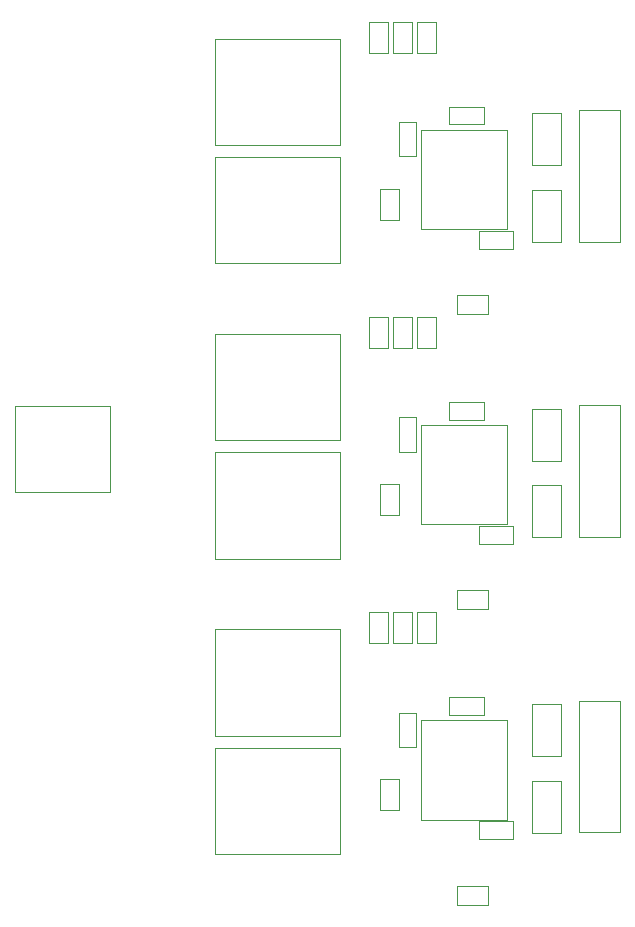
<source format=gbr>
G04 #@! TF.FileFunction,Other,User*
%FSLAX46Y46*%
G04 Gerber Fmt 4.6, Leading zero omitted, Abs format (unit mm)*
G04 Created by KiCad (PCBNEW (2015-12-07 BZR 6352)-product) date Sun 16 Jul 2017 10:51:14 AM EDT*
%MOMM*%
G01*
G04 APERTURE LIST*
%ADD10C,0.100000*%
%ADD11C,0.050000*%
G04 APERTURE END LIST*
D10*
D11*
X118300000Y-95500000D02*
X118300000Y-100000000D01*
X118300000Y-100000000D02*
X107700000Y-100000000D01*
X107700000Y-100000000D02*
X107700000Y-91000000D01*
X107700000Y-91000000D02*
X118300000Y-91000000D01*
X118300000Y-91000000D02*
X118300000Y-95500000D01*
X118300000Y-70500000D02*
X118300000Y-75000000D01*
X118300000Y-75000000D02*
X107700000Y-75000000D01*
X107700000Y-75000000D02*
X107700000Y-66000000D01*
X107700000Y-66000000D02*
X118300000Y-66000000D01*
X118300000Y-66000000D02*
X118300000Y-70500000D01*
X124373908Y-89562684D02*
X124373908Y-92162684D01*
X122773908Y-89562684D02*
X122773908Y-92162684D01*
X124373908Y-89562684D02*
X122773908Y-89562684D01*
X124373908Y-92162684D02*
X122773908Y-92162684D01*
X122373908Y-89562684D02*
X122373908Y-92162684D01*
X120773908Y-89562684D02*
X120773908Y-92162684D01*
X122373908Y-89562684D02*
X120773908Y-89562684D01*
X122373908Y-92162684D02*
X120773908Y-92162684D01*
X124750000Y-98050000D02*
X124750000Y-100950000D01*
X123250000Y-98050000D02*
X123250000Y-100950000D01*
X124750000Y-98050000D02*
X123250000Y-98050000D01*
X124750000Y-100950000D02*
X123250000Y-100950000D01*
X126373908Y-89562684D02*
X126373908Y-92162684D01*
X124773908Y-89562684D02*
X124773908Y-92162684D01*
X126373908Y-89562684D02*
X124773908Y-89562684D01*
X126373908Y-92162684D02*
X124773908Y-92162684D01*
X130450000Y-98250000D02*
X127550000Y-98250000D01*
X130450000Y-96750000D02*
X127550000Y-96750000D01*
X130450000Y-98250000D02*
X130450000Y-96750000D01*
X127550000Y-98250000D02*
X127550000Y-96750000D01*
X118300000Y-105500000D02*
X118300000Y-110000000D01*
X118300000Y-110000000D02*
X107700000Y-110000000D01*
X107700000Y-110000000D02*
X107700000Y-101000000D01*
X107700000Y-101000000D02*
X118300000Y-101000000D01*
X118300000Y-101000000D02*
X118300000Y-105500000D01*
X128200000Y-112700000D02*
X130800000Y-112700000D01*
X128200000Y-114300000D02*
X130800000Y-114300000D01*
X128200000Y-112700000D02*
X128200000Y-114300000D01*
X130800000Y-112700000D02*
X130800000Y-114300000D01*
X123300000Y-103700000D02*
X123300000Y-106300000D01*
X121700000Y-103700000D02*
X121700000Y-106300000D01*
X123300000Y-103700000D02*
X121700000Y-103700000D01*
X123300000Y-106300000D02*
X121700000Y-106300000D01*
X132950000Y-108750000D02*
X130050000Y-108750000D01*
X132950000Y-107250000D02*
X130050000Y-107250000D01*
X132950000Y-108750000D02*
X132950000Y-107250000D01*
X130050000Y-108750000D02*
X130050000Y-107250000D01*
X136950000Y-97300000D02*
X136950000Y-101700000D01*
X134550000Y-97300000D02*
X134550000Y-101700000D01*
X136950000Y-97300000D02*
X134550000Y-97300000D01*
X136950000Y-101700000D02*
X134550000Y-101700000D01*
X134550000Y-108200000D02*
X134550000Y-103800000D01*
X136950000Y-108200000D02*
X136950000Y-103800000D01*
X134550000Y-108200000D02*
X136950000Y-108200000D01*
X134550000Y-103800000D02*
X136950000Y-103800000D01*
X125150000Y-98700000D02*
X125150000Y-107100000D01*
X132450000Y-98700000D02*
X132450000Y-107100000D01*
X125150000Y-98700000D02*
X132450000Y-98700000D01*
X125150000Y-107100000D02*
X132450000Y-107100000D01*
X142000000Y-108185000D02*
X142000000Y-97035000D01*
X138500000Y-108185000D02*
X138500000Y-97035000D01*
X142000000Y-108185000D02*
X138500000Y-108185000D01*
X142000000Y-97035000D02*
X138500000Y-97035000D01*
X124373908Y-64562684D02*
X124373908Y-67162684D01*
X122773908Y-64562684D02*
X122773908Y-67162684D01*
X124373908Y-64562684D02*
X122773908Y-64562684D01*
X124373908Y-67162684D02*
X122773908Y-67162684D01*
X122373908Y-64562684D02*
X122373908Y-67162684D01*
X120773908Y-64562684D02*
X120773908Y-67162684D01*
X122373908Y-64562684D02*
X120773908Y-64562684D01*
X122373908Y-67162684D02*
X120773908Y-67162684D01*
X124750000Y-73050000D02*
X124750000Y-75950000D01*
X123250000Y-73050000D02*
X123250000Y-75950000D01*
X124750000Y-73050000D02*
X123250000Y-73050000D01*
X124750000Y-75950000D02*
X123250000Y-75950000D01*
X126373908Y-64562684D02*
X126373908Y-67162684D01*
X124773908Y-64562684D02*
X124773908Y-67162684D01*
X126373908Y-64562684D02*
X124773908Y-64562684D01*
X126373908Y-67162684D02*
X124773908Y-67162684D01*
X130450000Y-73250000D02*
X127550000Y-73250000D01*
X130450000Y-71750000D02*
X127550000Y-71750000D01*
X130450000Y-73250000D02*
X130450000Y-71750000D01*
X127550000Y-73250000D02*
X127550000Y-71750000D01*
X118300000Y-80500000D02*
X118300000Y-85000000D01*
X118300000Y-85000000D02*
X107700000Y-85000000D01*
X107700000Y-85000000D02*
X107700000Y-76000000D01*
X107700000Y-76000000D02*
X118300000Y-76000000D01*
X118300000Y-76000000D02*
X118300000Y-80500000D01*
X128200000Y-87700000D02*
X130800000Y-87700000D01*
X128200000Y-89300000D02*
X130800000Y-89300000D01*
X128200000Y-87700000D02*
X128200000Y-89300000D01*
X130800000Y-87700000D02*
X130800000Y-89300000D01*
X123300000Y-78700000D02*
X123300000Y-81300000D01*
X121700000Y-78700000D02*
X121700000Y-81300000D01*
X123300000Y-78700000D02*
X121700000Y-78700000D01*
X123300000Y-81300000D02*
X121700000Y-81300000D01*
X132950000Y-83750000D02*
X130050000Y-83750000D01*
X132950000Y-82250000D02*
X130050000Y-82250000D01*
X132950000Y-83750000D02*
X132950000Y-82250000D01*
X130050000Y-83750000D02*
X130050000Y-82250000D01*
X136950000Y-72300000D02*
X136950000Y-76700000D01*
X134550000Y-72300000D02*
X134550000Y-76700000D01*
X136950000Y-72300000D02*
X134550000Y-72300000D01*
X136950000Y-76700000D02*
X134550000Y-76700000D01*
X134550000Y-83200000D02*
X134550000Y-78800000D01*
X136950000Y-83200000D02*
X136950000Y-78800000D01*
X134550000Y-83200000D02*
X136950000Y-83200000D01*
X134550000Y-78800000D02*
X136950000Y-78800000D01*
X125150000Y-73700000D02*
X125150000Y-82100000D01*
X132450000Y-73700000D02*
X132450000Y-82100000D01*
X125150000Y-73700000D02*
X132450000Y-73700000D01*
X125150000Y-82100000D02*
X132450000Y-82100000D01*
X142000000Y-83185000D02*
X142000000Y-72035000D01*
X138500000Y-83185000D02*
X138500000Y-72035000D01*
X142000000Y-83185000D02*
X138500000Y-83185000D01*
X142000000Y-72035000D02*
X138500000Y-72035000D01*
X125150000Y-48700000D02*
X125150000Y-57100000D01*
X132450000Y-48700000D02*
X132450000Y-57100000D01*
X125150000Y-48700000D02*
X132450000Y-48700000D01*
X125150000Y-57100000D02*
X132450000Y-57100000D01*
X124750000Y-48050000D02*
X124750000Y-50950000D01*
X123250000Y-48050000D02*
X123250000Y-50950000D01*
X124750000Y-48050000D02*
X123250000Y-48050000D01*
X124750000Y-50950000D02*
X123250000Y-50950000D01*
X132950000Y-58750000D02*
X130050000Y-58750000D01*
X132950000Y-57250000D02*
X130050000Y-57250000D01*
X132950000Y-58750000D02*
X132950000Y-57250000D01*
X130050000Y-58750000D02*
X130050000Y-57250000D01*
X130450000Y-48250000D02*
X127550000Y-48250000D01*
X130450000Y-46750000D02*
X127550000Y-46750000D01*
X130450000Y-48250000D02*
X130450000Y-46750000D01*
X127550000Y-48250000D02*
X127550000Y-46750000D01*
X123300000Y-53700000D02*
X123300000Y-56300000D01*
X121700000Y-53700000D02*
X121700000Y-56300000D01*
X123300000Y-53700000D02*
X121700000Y-53700000D01*
X123300000Y-56300000D02*
X121700000Y-56300000D01*
X126373908Y-39562684D02*
X126373908Y-42162684D01*
X124773908Y-39562684D02*
X124773908Y-42162684D01*
X126373908Y-39562684D02*
X124773908Y-39562684D01*
X126373908Y-42162684D02*
X124773908Y-42162684D01*
X124373908Y-39562684D02*
X124373908Y-42162684D01*
X122773908Y-39562684D02*
X122773908Y-42162684D01*
X124373908Y-39562684D02*
X122773908Y-39562684D01*
X124373908Y-42162684D02*
X122773908Y-42162684D01*
X122373908Y-39562684D02*
X122373908Y-42162684D01*
X120773908Y-39562684D02*
X120773908Y-42162684D01*
X122373908Y-39562684D02*
X120773908Y-39562684D01*
X122373908Y-42162684D02*
X120773908Y-42162684D01*
X134550000Y-58200000D02*
X134550000Y-53800000D01*
X136950000Y-58200000D02*
X136950000Y-53800000D01*
X134550000Y-58200000D02*
X136950000Y-58200000D01*
X134550000Y-53800000D02*
X136950000Y-53800000D01*
X136950000Y-47300000D02*
X136950000Y-51700000D01*
X134550000Y-47300000D02*
X134550000Y-51700000D01*
X136950000Y-47300000D02*
X134550000Y-47300000D01*
X136950000Y-51700000D02*
X134550000Y-51700000D01*
X128200000Y-62700000D02*
X130800000Y-62700000D01*
X128200000Y-64300000D02*
X130800000Y-64300000D01*
X128200000Y-62700000D02*
X128200000Y-64300000D01*
X130800000Y-62700000D02*
X130800000Y-64300000D01*
X118300000Y-45500000D02*
X118300000Y-50000000D01*
X118300000Y-50000000D02*
X107700000Y-50000000D01*
X107700000Y-50000000D02*
X107700000Y-41000000D01*
X107700000Y-41000000D02*
X118300000Y-41000000D01*
X118300000Y-41000000D02*
X118300000Y-45500000D01*
X118300000Y-55500000D02*
X118300000Y-60000000D01*
X118300000Y-60000000D02*
X107700000Y-60000000D01*
X107700000Y-60000000D02*
X107700000Y-51000000D01*
X107700000Y-51000000D02*
X118300000Y-51000000D01*
X118300000Y-51000000D02*
X118300000Y-55500000D01*
X142000000Y-58185000D02*
X142000000Y-47035000D01*
X138500000Y-58185000D02*
X138500000Y-47035000D01*
X142000000Y-58185000D02*
X138500000Y-58185000D01*
X142000000Y-47035000D02*
X138500000Y-47035000D01*
X98800000Y-72100000D02*
X98800000Y-79400000D01*
X90800000Y-72100000D02*
X98800000Y-72100000D01*
X90800000Y-79400000D02*
X90800000Y-72100000D01*
X98800000Y-79400000D02*
X90800000Y-79400000D01*
M02*

</source>
